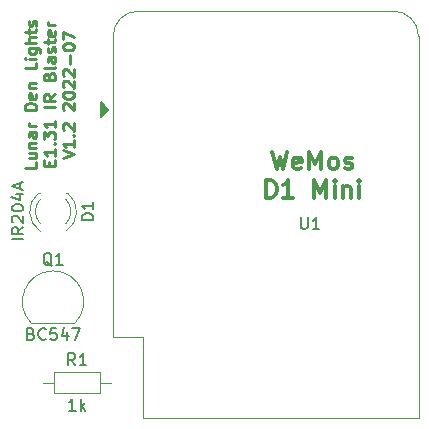
<source format=gbr>
%TF.GenerationSoftware,KiCad,Pcbnew,(6.0.6-0)*%
%TF.CreationDate,2022-07-12T10:46:49-05:00*%
%TF.ProjectId,E1.31-IR-Blaster,45312e33-312d-4495-922d-426c61737465,rev?*%
%TF.SameCoordinates,Original*%
%TF.FileFunction,Legend,Top*%
%TF.FilePolarity,Positive*%
%FSLAX46Y46*%
G04 Gerber Fmt 4.6, Leading zero omitted, Abs format (unit mm)*
G04 Created by KiCad (PCBNEW (6.0.6-0)) date 2022-07-12 10:46:49*
%MOMM*%
%LPD*%
G01*
G04 APERTURE LIST*
%ADD10C,0.300000*%
%ADD11C,0.250000*%
%ADD12C,0.150000*%
%ADD13C,0.120000*%
%ADD14R,1.800000X1.800000*%
%ADD15C,1.800000*%
%ADD16R,1.050000X1.500000*%
%ADD17O,1.050000X1.500000*%
%ADD18R,2.000000X2.000000*%
%ADD19O,2.000000X1.600000*%
%ADD20C,3.200000*%
%ADD21C,1.400000*%
%ADD22O,1.400000X1.400000*%
G04 APERTURE END LIST*
D10*
X35321428Y-25149071D02*
X35678571Y-26649071D01*
X35964285Y-25577642D01*
X36250000Y-26649071D01*
X36607142Y-25149071D01*
X37750000Y-26577642D02*
X37607142Y-26649071D01*
X37321428Y-26649071D01*
X37178571Y-26577642D01*
X37107142Y-26434785D01*
X37107142Y-25863357D01*
X37178571Y-25720500D01*
X37321428Y-25649071D01*
X37607142Y-25649071D01*
X37750000Y-25720500D01*
X37821428Y-25863357D01*
X37821428Y-26006214D01*
X37107142Y-26149071D01*
X38464285Y-26649071D02*
X38464285Y-25149071D01*
X38964285Y-26220500D01*
X39464285Y-25149071D01*
X39464285Y-26649071D01*
X40392857Y-26649071D02*
X40250000Y-26577642D01*
X40178571Y-26506214D01*
X40107142Y-26363357D01*
X40107142Y-25934785D01*
X40178571Y-25791928D01*
X40250000Y-25720500D01*
X40392857Y-25649071D01*
X40607142Y-25649071D01*
X40750000Y-25720500D01*
X40821428Y-25791928D01*
X40892857Y-25934785D01*
X40892857Y-26363357D01*
X40821428Y-26506214D01*
X40750000Y-26577642D01*
X40607142Y-26649071D01*
X40392857Y-26649071D01*
X41464285Y-26577642D02*
X41607142Y-26649071D01*
X41892857Y-26649071D01*
X42035714Y-26577642D01*
X42107142Y-26434785D01*
X42107142Y-26363357D01*
X42035714Y-26220500D01*
X41892857Y-26149071D01*
X41678571Y-26149071D01*
X41535714Y-26077642D01*
X41464285Y-25934785D01*
X41464285Y-25863357D01*
X41535714Y-25720500D01*
X41678571Y-25649071D01*
X41892857Y-25649071D01*
X42035714Y-25720500D01*
X34821428Y-29064071D02*
X34821428Y-27564071D01*
X35178571Y-27564071D01*
X35392857Y-27635500D01*
X35535714Y-27778357D01*
X35607142Y-27921214D01*
X35678571Y-28206928D01*
X35678571Y-28421214D01*
X35607142Y-28706928D01*
X35535714Y-28849785D01*
X35392857Y-28992642D01*
X35178571Y-29064071D01*
X34821428Y-29064071D01*
X37107142Y-29064071D02*
X36250000Y-29064071D01*
X36678571Y-29064071D02*
X36678571Y-27564071D01*
X36535714Y-27778357D01*
X36392857Y-27921214D01*
X36250000Y-27992642D01*
X38892857Y-29064071D02*
X38892857Y-27564071D01*
X39392857Y-28635500D01*
X39892857Y-27564071D01*
X39892857Y-29064071D01*
X40607142Y-29064071D02*
X40607142Y-28064071D01*
X40607142Y-27564071D02*
X40535714Y-27635500D01*
X40607142Y-27706928D01*
X40678571Y-27635500D01*
X40607142Y-27564071D01*
X40607142Y-27706928D01*
X41321428Y-28064071D02*
X41321428Y-29064071D01*
X41321428Y-28206928D02*
X41392857Y-28135500D01*
X41535714Y-28064071D01*
X41750000Y-28064071D01*
X41892857Y-28135500D01*
X41964285Y-28278357D01*
X41964285Y-29064071D01*
X42678571Y-29064071D02*
X42678571Y-28064071D01*
X42678571Y-27564071D02*
X42607142Y-27635500D01*
X42678571Y-27706928D01*
X42750000Y-27635500D01*
X42678571Y-27564071D01*
X42678571Y-27706928D01*
D11*
X15352380Y-26058095D02*
X15352380Y-26534285D01*
X14352380Y-26534285D01*
X14685714Y-25296190D02*
X15352380Y-25296190D01*
X14685714Y-25724761D02*
X15209523Y-25724761D01*
X15304761Y-25677142D01*
X15352380Y-25581904D01*
X15352380Y-25439047D01*
X15304761Y-25343809D01*
X15257142Y-25296190D01*
X14685714Y-24820000D02*
X15352380Y-24820000D01*
X14780952Y-24820000D02*
X14733333Y-24772380D01*
X14685714Y-24677142D01*
X14685714Y-24534285D01*
X14733333Y-24439047D01*
X14828571Y-24391428D01*
X15352380Y-24391428D01*
X15352380Y-23486666D02*
X14828571Y-23486666D01*
X14733333Y-23534285D01*
X14685714Y-23629523D01*
X14685714Y-23820000D01*
X14733333Y-23915238D01*
X15304761Y-23486666D02*
X15352380Y-23581904D01*
X15352380Y-23820000D01*
X15304761Y-23915238D01*
X15209523Y-23962857D01*
X15114285Y-23962857D01*
X15019047Y-23915238D01*
X14971428Y-23820000D01*
X14971428Y-23581904D01*
X14923809Y-23486666D01*
X15352380Y-23010476D02*
X14685714Y-23010476D01*
X14876190Y-23010476D02*
X14780952Y-22962857D01*
X14733333Y-22915238D01*
X14685714Y-22820000D01*
X14685714Y-22724761D01*
X15352380Y-21629523D02*
X14352380Y-21629523D01*
X14352380Y-21391428D01*
X14400000Y-21248571D01*
X14495238Y-21153333D01*
X14590476Y-21105714D01*
X14780952Y-21058095D01*
X14923809Y-21058095D01*
X15114285Y-21105714D01*
X15209523Y-21153333D01*
X15304761Y-21248571D01*
X15352380Y-21391428D01*
X15352380Y-21629523D01*
X15304761Y-20248571D02*
X15352380Y-20343809D01*
X15352380Y-20534285D01*
X15304761Y-20629523D01*
X15209523Y-20677142D01*
X14828571Y-20677142D01*
X14733333Y-20629523D01*
X14685714Y-20534285D01*
X14685714Y-20343809D01*
X14733333Y-20248571D01*
X14828571Y-20200952D01*
X14923809Y-20200952D01*
X15019047Y-20677142D01*
X14685714Y-19772380D02*
X15352380Y-19772380D01*
X14780952Y-19772380D02*
X14733333Y-19724761D01*
X14685714Y-19629523D01*
X14685714Y-19486666D01*
X14733333Y-19391428D01*
X14828571Y-19343809D01*
X15352380Y-19343809D01*
X15352380Y-17629523D02*
X15352380Y-18105714D01*
X14352380Y-18105714D01*
X15352380Y-17296190D02*
X14685714Y-17296190D01*
X14352380Y-17296190D02*
X14400000Y-17343809D01*
X14447619Y-17296190D01*
X14400000Y-17248571D01*
X14352380Y-17296190D01*
X14447619Y-17296190D01*
X14685714Y-16391428D02*
X15495238Y-16391428D01*
X15590476Y-16439047D01*
X15638095Y-16486666D01*
X15685714Y-16581904D01*
X15685714Y-16724761D01*
X15638095Y-16820000D01*
X15304761Y-16391428D02*
X15352380Y-16486666D01*
X15352380Y-16677142D01*
X15304761Y-16772380D01*
X15257142Y-16820000D01*
X15161904Y-16867619D01*
X14876190Y-16867619D01*
X14780952Y-16820000D01*
X14733333Y-16772380D01*
X14685714Y-16677142D01*
X14685714Y-16486666D01*
X14733333Y-16391428D01*
X15352380Y-15915238D02*
X14352380Y-15915238D01*
X15352380Y-15486666D02*
X14828571Y-15486666D01*
X14733333Y-15534285D01*
X14685714Y-15629523D01*
X14685714Y-15772380D01*
X14733333Y-15867619D01*
X14780952Y-15915238D01*
X14685714Y-15153333D02*
X14685714Y-14772380D01*
X14352380Y-15010476D02*
X15209523Y-15010476D01*
X15304761Y-14962857D01*
X15352380Y-14867619D01*
X15352380Y-14772380D01*
X15304761Y-14486666D02*
X15352380Y-14391428D01*
X15352380Y-14200952D01*
X15304761Y-14105714D01*
X15209523Y-14058095D01*
X15161904Y-14058095D01*
X15066666Y-14105714D01*
X15019047Y-14200952D01*
X15019047Y-14343809D01*
X14971428Y-14439047D01*
X14876190Y-14486666D01*
X14828571Y-14486666D01*
X14733333Y-14439047D01*
X14685714Y-14343809D01*
X14685714Y-14200952D01*
X14733333Y-14105714D01*
X16438571Y-26343809D02*
X16438571Y-26010476D01*
X16962380Y-25867619D02*
X16962380Y-26343809D01*
X15962380Y-26343809D01*
X15962380Y-25867619D01*
X16962380Y-24915238D02*
X16962380Y-25486666D01*
X16962380Y-25200952D02*
X15962380Y-25200952D01*
X16105238Y-25296190D01*
X16200476Y-25391428D01*
X16248095Y-25486666D01*
X16867142Y-24486666D02*
X16914761Y-24439047D01*
X16962380Y-24486666D01*
X16914761Y-24534285D01*
X16867142Y-24486666D01*
X16962380Y-24486666D01*
X15962380Y-24105714D02*
X15962380Y-23486666D01*
X16343333Y-23820000D01*
X16343333Y-23677142D01*
X16390952Y-23581904D01*
X16438571Y-23534285D01*
X16533809Y-23486666D01*
X16771904Y-23486666D01*
X16867142Y-23534285D01*
X16914761Y-23581904D01*
X16962380Y-23677142D01*
X16962380Y-23962857D01*
X16914761Y-24058095D01*
X16867142Y-24105714D01*
X16962380Y-22534285D02*
X16962380Y-23105714D01*
X16962380Y-22820000D02*
X15962380Y-22820000D01*
X16105238Y-22915238D01*
X16200476Y-23010476D01*
X16248095Y-23105714D01*
X16962380Y-21343809D02*
X15962380Y-21343809D01*
X16962380Y-20296190D02*
X16486190Y-20629523D01*
X16962380Y-20867619D02*
X15962380Y-20867619D01*
X15962380Y-20486666D01*
X16010000Y-20391428D01*
X16057619Y-20343809D01*
X16152857Y-20296190D01*
X16295714Y-20296190D01*
X16390952Y-20343809D01*
X16438571Y-20391428D01*
X16486190Y-20486666D01*
X16486190Y-20867619D01*
X16438571Y-18772380D02*
X16486190Y-18629523D01*
X16533809Y-18581904D01*
X16629047Y-18534285D01*
X16771904Y-18534285D01*
X16867142Y-18581904D01*
X16914761Y-18629523D01*
X16962380Y-18724761D01*
X16962380Y-19105714D01*
X15962380Y-19105714D01*
X15962380Y-18772380D01*
X16010000Y-18677142D01*
X16057619Y-18629523D01*
X16152857Y-18581904D01*
X16248095Y-18581904D01*
X16343333Y-18629523D01*
X16390952Y-18677142D01*
X16438571Y-18772380D01*
X16438571Y-19105714D01*
X16962380Y-17962857D02*
X16914761Y-18058095D01*
X16819523Y-18105714D01*
X15962380Y-18105714D01*
X16962380Y-17153333D02*
X16438571Y-17153333D01*
X16343333Y-17200952D01*
X16295714Y-17296190D01*
X16295714Y-17486666D01*
X16343333Y-17581904D01*
X16914761Y-17153333D02*
X16962380Y-17248571D01*
X16962380Y-17486666D01*
X16914761Y-17581904D01*
X16819523Y-17629523D01*
X16724285Y-17629523D01*
X16629047Y-17581904D01*
X16581428Y-17486666D01*
X16581428Y-17248571D01*
X16533809Y-17153333D01*
X16914761Y-16724761D02*
X16962380Y-16629523D01*
X16962380Y-16439047D01*
X16914761Y-16343809D01*
X16819523Y-16296190D01*
X16771904Y-16296190D01*
X16676666Y-16343809D01*
X16629047Y-16439047D01*
X16629047Y-16581904D01*
X16581428Y-16677142D01*
X16486190Y-16724761D01*
X16438571Y-16724761D01*
X16343333Y-16677142D01*
X16295714Y-16581904D01*
X16295714Y-16439047D01*
X16343333Y-16343809D01*
X16295714Y-16010476D02*
X16295714Y-15629523D01*
X15962380Y-15867619D02*
X16819523Y-15867619D01*
X16914761Y-15820000D01*
X16962380Y-15724761D01*
X16962380Y-15629523D01*
X16914761Y-14915238D02*
X16962380Y-15010476D01*
X16962380Y-15200952D01*
X16914761Y-15296190D01*
X16819523Y-15343809D01*
X16438571Y-15343809D01*
X16343333Y-15296190D01*
X16295714Y-15200952D01*
X16295714Y-15010476D01*
X16343333Y-14915238D01*
X16438571Y-14867619D01*
X16533809Y-14867619D01*
X16629047Y-15343809D01*
X16962380Y-14439047D02*
X16295714Y-14439047D01*
X16486190Y-14439047D02*
X16390952Y-14391428D01*
X16343333Y-14343809D01*
X16295714Y-14248571D01*
X16295714Y-14153333D01*
X17572380Y-25700952D02*
X18572380Y-25367619D01*
X17572380Y-25034285D01*
X18572380Y-24177142D02*
X18572380Y-24748571D01*
X18572380Y-24462857D02*
X17572380Y-24462857D01*
X17715238Y-24558095D01*
X17810476Y-24653333D01*
X17858095Y-24748571D01*
X18477142Y-23748571D02*
X18524761Y-23700952D01*
X18572380Y-23748571D01*
X18524761Y-23796190D01*
X18477142Y-23748571D01*
X18572380Y-23748571D01*
X17667619Y-23320000D02*
X17620000Y-23272380D01*
X17572380Y-23177142D01*
X17572380Y-22939047D01*
X17620000Y-22843809D01*
X17667619Y-22796190D01*
X17762857Y-22748571D01*
X17858095Y-22748571D01*
X18000952Y-22796190D01*
X18572380Y-23367619D01*
X18572380Y-22748571D01*
X17667619Y-21605714D02*
X17620000Y-21558095D01*
X17572380Y-21462857D01*
X17572380Y-21224761D01*
X17620000Y-21129523D01*
X17667619Y-21081904D01*
X17762857Y-21034285D01*
X17858095Y-21034285D01*
X18000952Y-21081904D01*
X18572380Y-21653333D01*
X18572380Y-21034285D01*
X17572380Y-20415238D02*
X17572380Y-20320000D01*
X17620000Y-20224761D01*
X17667619Y-20177142D01*
X17762857Y-20129523D01*
X17953333Y-20081904D01*
X18191428Y-20081904D01*
X18381904Y-20129523D01*
X18477142Y-20177142D01*
X18524761Y-20224761D01*
X18572380Y-20320000D01*
X18572380Y-20415238D01*
X18524761Y-20510476D01*
X18477142Y-20558095D01*
X18381904Y-20605714D01*
X18191428Y-20653333D01*
X17953333Y-20653333D01*
X17762857Y-20605714D01*
X17667619Y-20558095D01*
X17620000Y-20510476D01*
X17572380Y-20415238D01*
X17667619Y-19700952D02*
X17620000Y-19653333D01*
X17572380Y-19558095D01*
X17572380Y-19320000D01*
X17620000Y-19224761D01*
X17667619Y-19177142D01*
X17762857Y-19129523D01*
X17858095Y-19129523D01*
X18000952Y-19177142D01*
X18572380Y-19748571D01*
X18572380Y-19129523D01*
X17667619Y-18748571D02*
X17620000Y-18700952D01*
X17572380Y-18605714D01*
X17572380Y-18367619D01*
X17620000Y-18272380D01*
X17667619Y-18224761D01*
X17762857Y-18177142D01*
X17858095Y-18177142D01*
X18000952Y-18224761D01*
X18572380Y-18796190D01*
X18572380Y-18177142D01*
X18191428Y-17748571D02*
X18191428Y-16986666D01*
X17572380Y-16320000D02*
X17572380Y-16224761D01*
X17620000Y-16129523D01*
X17667619Y-16081904D01*
X17762857Y-16034285D01*
X17953333Y-15986666D01*
X18191428Y-15986666D01*
X18381904Y-16034285D01*
X18477142Y-16081904D01*
X18524761Y-16129523D01*
X18572380Y-16224761D01*
X18572380Y-16320000D01*
X18524761Y-16415238D01*
X18477142Y-16462857D01*
X18381904Y-16510476D01*
X18191428Y-16558095D01*
X17953333Y-16558095D01*
X17762857Y-16510476D01*
X17667619Y-16462857D01*
X17620000Y-16415238D01*
X17572380Y-16320000D01*
X17572380Y-15653333D02*
X17572380Y-14986666D01*
X18572380Y-15415238D01*
D12*
%TO.C,D1*%
X20176380Y-30959095D02*
X19176380Y-30959095D01*
X19176380Y-30721000D01*
X19224000Y-30578142D01*
X19319238Y-30482904D01*
X19414476Y-30435285D01*
X19604952Y-30387666D01*
X19747809Y-30387666D01*
X19938285Y-30435285D01*
X20033523Y-30482904D01*
X20128761Y-30578142D01*
X20176380Y-30721000D01*
X20176380Y-30959095D01*
X20176380Y-29435285D02*
X20176380Y-30006714D01*
X20176380Y-29721000D02*
X19176380Y-29721000D01*
X19319238Y-29816238D01*
X19414476Y-29911476D01*
X19462095Y-30006714D01*
X14256380Y-32578142D02*
X13256380Y-32578142D01*
X14256380Y-31530523D02*
X13780190Y-31863857D01*
X14256380Y-32101952D02*
X13256380Y-32101952D01*
X13256380Y-31721000D01*
X13304000Y-31625761D01*
X13351619Y-31578142D01*
X13446857Y-31530523D01*
X13589714Y-31530523D01*
X13684952Y-31578142D01*
X13732571Y-31625761D01*
X13780190Y-31721000D01*
X13780190Y-32101952D01*
X13351619Y-31149571D02*
X13304000Y-31101952D01*
X13256380Y-31006714D01*
X13256380Y-30768619D01*
X13304000Y-30673380D01*
X13351619Y-30625761D01*
X13446857Y-30578142D01*
X13542095Y-30578142D01*
X13684952Y-30625761D01*
X14256380Y-31197190D01*
X14256380Y-30578142D01*
X13256380Y-29959095D02*
X13256380Y-29863857D01*
X13304000Y-29768619D01*
X13351619Y-29721000D01*
X13446857Y-29673380D01*
X13637333Y-29625761D01*
X13875428Y-29625761D01*
X14065904Y-29673380D01*
X14161142Y-29721000D01*
X14208761Y-29768619D01*
X14256380Y-29863857D01*
X14256380Y-29959095D01*
X14208761Y-30054333D01*
X14161142Y-30101952D01*
X14065904Y-30149571D01*
X13875428Y-30197190D01*
X13637333Y-30197190D01*
X13446857Y-30149571D01*
X13351619Y-30101952D01*
X13304000Y-30054333D01*
X13256380Y-29959095D01*
X13589714Y-28768619D02*
X14256380Y-28768619D01*
X13208761Y-29006714D02*
X13923047Y-29244809D01*
X13923047Y-28625761D01*
X13970666Y-28292428D02*
X13970666Y-27816238D01*
X14256380Y-28387666D02*
X13256380Y-28054333D01*
X14256380Y-27721000D01*
%TO.C,Q1*%
X16668761Y-34833619D02*
X16573523Y-34786000D01*
X16478285Y-34690761D01*
X16335428Y-34547904D01*
X16240190Y-34500285D01*
X16144952Y-34500285D01*
X16192571Y-34738380D02*
X16097333Y-34690761D01*
X16002095Y-34595523D01*
X15954476Y-34405047D01*
X15954476Y-34071714D01*
X16002095Y-33881238D01*
X16097333Y-33786000D01*
X16192571Y-33738380D01*
X16383047Y-33738380D01*
X16478285Y-33786000D01*
X16573523Y-33881238D01*
X16621142Y-34071714D01*
X16621142Y-34405047D01*
X16573523Y-34595523D01*
X16478285Y-34690761D01*
X16383047Y-34738380D01*
X16192571Y-34738380D01*
X17573523Y-34738380D02*
X17002095Y-34738380D01*
X17287809Y-34738380D02*
X17287809Y-33738380D01*
X17192571Y-33881238D01*
X17097333Y-33976476D01*
X17002095Y-34024095D01*
X14906857Y-40564571D02*
X15049714Y-40612190D01*
X15097333Y-40659809D01*
X15144952Y-40755047D01*
X15144952Y-40897904D01*
X15097333Y-40993142D01*
X15049714Y-41040761D01*
X14954476Y-41088380D01*
X14573523Y-41088380D01*
X14573523Y-40088380D01*
X14906857Y-40088380D01*
X15002095Y-40136000D01*
X15049714Y-40183619D01*
X15097333Y-40278857D01*
X15097333Y-40374095D01*
X15049714Y-40469333D01*
X15002095Y-40516952D01*
X14906857Y-40564571D01*
X14573523Y-40564571D01*
X16144952Y-40993142D02*
X16097333Y-41040761D01*
X15954476Y-41088380D01*
X15859238Y-41088380D01*
X15716380Y-41040761D01*
X15621142Y-40945523D01*
X15573523Y-40850285D01*
X15525904Y-40659809D01*
X15525904Y-40516952D01*
X15573523Y-40326476D01*
X15621142Y-40231238D01*
X15716380Y-40136000D01*
X15859238Y-40088380D01*
X15954476Y-40088380D01*
X16097333Y-40136000D01*
X16144952Y-40183619D01*
X17049714Y-40088380D02*
X16573523Y-40088380D01*
X16525904Y-40564571D01*
X16573523Y-40516952D01*
X16668761Y-40469333D01*
X16906857Y-40469333D01*
X17002095Y-40516952D01*
X17049714Y-40564571D01*
X17097333Y-40659809D01*
X17097333Y-40897904D01*
X17049714Y-40993142D01*
X17002095Y-41040761D01*
X16906857Y-41088380D01*
X16668761Y-41088380D01*
X16573523Y-41040761D01*
X16525904Y-40993142D01*
X17954476Y-40421714D02*
X17954476Y-41088380D01*
X17716380Y-40040761D02*
X17478285Y-40755047D01*
X18097333Y-40755047D01*
X18383047Y-40088380D02*
X19049714Y-40088380D01*
X18621142Y-41088380D01*
%TO.C,U1*%
X37738095Y-30702380D02*
X37738095Y-31511904D01*
X37785714Y-31607142D01*
X37833333Y-31654761D01*
X37928571Y-31702380D01*
X38119047Y-31702380D01*
X38214285Y-31654761D01*
X38261904Y-31607142D01*
X38309523Y-31511904D01*
X38309523Y-30702380D01*
X39309523Y-31702380D02*
X38738095Y-31702380D01*
X39023809Y-31702380D02*
X39023809Y-30702380D01*
X38928571Y-30845238D01*
X38833333Y-30940476D01*
X38738095Y-30988095D01*
%TO.C,R1*%
X18629333Y-43236380D02*
X18296000Y-42760190D01*
X18057904Y-43236380D02*
X18057904Y-42236380D01*
X18438857Y-42236380D01*
X18534095Y-42284000D01*
X18581714Y-42331619D01*
X18629333Y-42426857D01*
X18629333Y-42569714D01*
X18581714Y-42664952D01*
X18534095Y-42712571D01*
X18438857Y-42760190D01*
X18057904Y-42760190D01*
X19581714Y-43236380D02*
X19010285Y-43236380D01*
X19296000Y-43236380D02*
X19296000Y-42236380D01*
X19200761Y-42379238D01*
X19105523Y-42474476D01*
X19010285Y-42522095D01*
X18676952Y-47076380D02*
X18105523Y-47076380D01*
X18391238Y-47076380D02*
X18391238Y-46076380D01*
X18296000Y-46219238D01*
X18200761Y-46314476D01*
X18105523Y-46362095D01*
X19105523Y-47076380D02*
X19105523Y-46076380D01*
X19200761Y-46695428D02*
X19486476Y-47076380D01*
X19486476Y-46409714D02*
X19105523Y-46790666D01*
D13*
%TO.C,D1*%
X15684000Y-28661000D02*
X15528000Y-28661000D01*
X18000000Y-28661000D02*
X17844000Y-28661000D01*
X17842608Y-31893335D02*
G75*
G03*
X17999516Y-28661000I-1078608J1672335D01*
G01*
X15528484Y-28661000D02*
G75*
G03*
X15685392Y-31893335I1235516J-1560000D01*
G01*
X17843837Y-31262130D02*
G75*
G03*
X17844000Y-29180039I-1079837J1041130D01*
G01*
X15684000Y-29180039D02*
G75*
G03*
X15684163Y-31262130I1080000J-1040961D01*
G01*
%TO.C,Q1*%
X14964000Y-39696000D02*
X18564000Y-39696000D01*
X18602478Y-39684478D02*
G75*
G03*
X16764000Y-35246000I-1838478J1838478D01*
G01*
X16764000Y-35245999D02*
G75*
G03*
X14925522Y-39684478I0J-2600001D01*
G01*
%TO.C,U1*%
X24385000Y-47710000D02*
X47705000Y-47710000D01*
X24385000Y-40810000D02*
X24385000Y-47710000D01*
X47705000Y-47710000D02*
X47705000Y-15380000D01*
X21845000Y-40810000D02*
X21845000Y-15380000D01*
X45585000Y-13250000D02*
X23975000Y-13250000D01*
X21845000Y-40810000D02*
X24385000Y-40810000D01*
X23975000Y-13250000D02*
G75*
G03*
X21845000Y-15380000I2J-2130002D01*
G01*
X47705000Y-15380000D02*
G75*
G03*
X45575000Y-13250000I-2130000J0D01*
G01*
G36*
X21440000Y-21590000D02*
G01*
X20805000Y-22225000D01*
X20805000Y-20955000D01*
X21440000Y-21590000D01*
G37*
D12*
X21440000Y-21590000D02*
X20805000Y-22225000D01*
X20805000Y-20955000D01*
X21440000Y-21590000D01*
D13*
%TO.C,R1*%
X16876000Y-45624000D02*
X20716000Y-45624000D01*
X20716000Y-45624000D02*
X20716000Y-43784000D01*
X21666000Y-44704000D02*
X20716000Y-44704000D01*
X20716000Y-43784000D02*
X16876000Y-43784000D01*
X16876000Y-43784000D02*
X16876000Y-45624000D01*
X15926000Y-44704000D02*
X16876000Y-44704000D01*
%TD*%
%LPC*%
D14*
%TO.C,D1*%
X16764000Y-28951000D03*
D15*
X16764000Y-31491000D03*
%TD*%
D16*
%TO.C,Q1*%
X15494000Y-37846000D03*
D17*
X16764000Y-37846000D03*
X18034000Y-37846000D03*
%TD*%
D18*
%TO.C,U1*%
X23345000Y-21590000D03*
D19*
X23345000Y-24130000D03*
X23345000Y-26670000D03*
X23345000Y-29210000D03*
X23345000Y-31750000D03*
X23345000Y-34290000D03*
X23345000Y-36830000D03*
X23345000Y-39370000D03*
X46205000Y-39370000D03*
X46205000Y-36830000D03*
X46205000Y-34290000D03*
X46205000Y-31750000D03*
X46205000Y-29210000D03*
X46205000Y-26670000D03*
X46205000Y-24130000D03*
X46205000Y-21590000D03*
%TD*%
D20*
%TO.C,REF\u002A\u002A*%
X30000000Y-30000000D03*
%TD*%
D21*
%TO.C,R1*%
X14986000Y-44704000D03*
D22*
X22606000Y-44704000D03*
%TD*%
M02*

</source>
